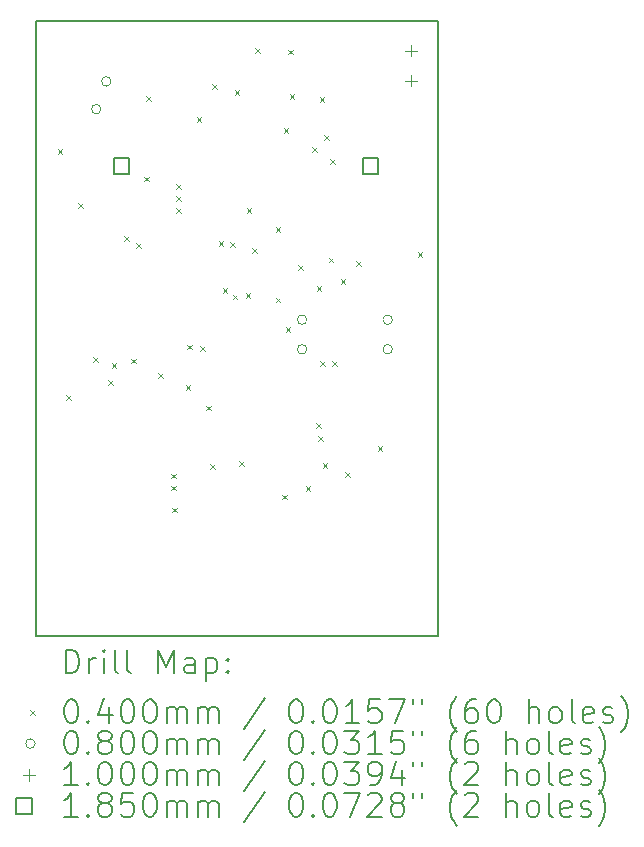
<source format=gbr>
%TF.GenerationSoftware,KiCad,Pcbnew,6.0.11-2627ca5db0~126~ubuntu22.04.1*%
%TF.CreationDate,2023-02-10T03:37:08+05:30*%
%TF.ProjectId,thermal_sampler,74686572-6d61-46c5-9f73-616d706c6572,rev?*%
%TF.SameCoordinates,Original*%
%TF.FileFunction,Drillmap*%
%TF.FilePolarity,Positive*%
%FSLAX45Y45*%
G04 Gerber Fmt 4.5, Leading zero omitted, Abs format (unit mm)*
G04 Created by KiCad (PCBNEW 6.0.11-2627ca5db0~126~ubuntu22.04.1) date 2023-02-10 03:37:08*
%MOMM*%
%LPD*%
G01*
G04 APERTURE LIST*
%ADD10C,0.200000*%
%ADD11C,0.040000*%
%ADD12C,0.080000*%
%ADD13C,0.100000*%
%ADD14C,0.185000*%
G04 APERTURE END LIST*
D10*
X13900000Y-12200000D02*
X17300000Y-12200000D01*
X17300000Y-12200000D02*
X17300000Y-17400000D01*
X17300000Y-17400000D02*
X13900000Y-17400000D01*
X13900000Y-17400000D02*
X13900000Y-12200000D01*
D11*
X14080000Y-13280000D02*
X14120000Y-13320000D01*
X14120000Y-13280000D02*
X14080000Y-13320000D01*
X14155500Y-15365500D02*
X14195500Y-15405500D01*
X14195500Y-15365500D02*
X14155500Y-15405500D01*
X14253595Y-13735500D02*
X14293595Y-13775500D01*
X14293595Y-13735500D02*
X14253595Y-13775500D01*
X14380230Y-15044770D02*
X14420230Y-15084770D01*
X14420230Y-15044770D02*
X14380230Y-15084770D01*
X14510769Y-15234231D02*
X14550769Y-15274231D01*
X14550769Y-15234231D02*
X14510769Y-15274231D01*
X14538000Y-15093000D02*
X14578000Y-15133000D01*
X14578000Y-15093000D02*
X14538000Y-15133000D01*
X14642500Y-14017500D02*
X14682500Y-14057500D01*
X14682500Y-14017500D02*
X14642500Y-14057500D01*
X14705000Y-15055000D02*
X14745000Y-15095000D01*
X14745000Y-15055000D02*
X14705000Y-15095000D01*
X14742500Y-14074950D02*
X14782500Y-14114950D01*
X14782500Y-14074950D02*
X14742500Y-14114950D01*
X14812000Y-13514000D02*
X14852000Y-13554000D01*
X14852000Y-13514000D02*
X14812000Y-13554000D01*
X14830000Y-12830000D02*
X14870000Y-12870000D01*
X14870000Y-12830000D02*
X14830000Y-12870000D01*
X14930000Y-15180000D02*
X14970000Y-15220000D01*
X14970000Y-15180000D02*
X14930000Y-15220000D01*
X15040713Y-16029240D02*
X15080713Y-16069240D01*
X15080713Y-16029240D02*
X15040713Y-16069240D01*
X15041097Y-16129190D02*
X15081097Y-16169190D01*
X15081097Y-16129190D02*
X15041097Y-16169190D01*
X15052386Y-16316573D02*
X15092386Y-16356573D01*
X15092386Y-16316573D02*
X15052386Y-16356573D01*
X15081722Y-13579333D02*
X15121722Y-13619333D01*
X15121722Y-13579333D02*
X15081722Y-13619333D01*
X15084742Y-13681278D02*
X15124742Y-13721278D01*
X15124742Y-13681278D02*
X15084742Y-13721278D01*
X15085350Y-13781226D02*
X15125350Y-13821226D01*
X15125350Y-13781226D02*
X15085350Y-13821226D01*
X15165502Y-15278502D02*
X15205502Y-15318502D01*
X15205502Y-15278502D02*
X15165502Y-15318502D01*
X15180000Y-14937021D02*
X15220000Y-14977021D01*
X15220000Y-14937021D02*
X15180000Y-14977021D01*
X15256642Y-13009967D02*
X15296642Y-13049967D01*
X15296642Y-13009967D02*
X15256642Y-13049967D01*
X15286000Y-14949000D02*
X15326000Y-14989000D01*
X15326000Y-14949000D02*
X15286000Y-14989000D01*
X15339906Y-15452906D02*
X15379906Y-15492906D01*
X15379906Y-15452906D02*
X15339906Y-15492906D01*
X15372000Y-15950000D02*
X15412000Y-15990000D01*
X15412000Y-15950000D02*
X15372000Y-15990000D01*
X15390050Y-12730871D02*
X15430050Y-12770871D01*
X15430050Y-12730871D02*
X15390050Y-12770871D01*
X15443625Y-14057784D02*
X15483625Y-14097784D01*
X15483625Y-14057784D02*
X15443625Y-14097784D01*
X15477450Y-14458000D02*
X15517450Y-14498000D01*
X15517450Y-14458000D02*
X15477450Y-14498000D01*
X15543198Y-14066458D02*
X15583198Y-14106458D01*
X15583198Y-14066458D02*
X15543198Y-14106458D01*
X15561509Y-14512075D02*
X15601509Y-14552075D01*
X15601509Y-14512075D02*
X15561509Y-14552075D01*
X15580000Y-12780000D02*
X15620000Y-12820000D01*
X15620000Y-12780000D02*
X15580000Y-12820000D01*
X15615642Y-15920362D02*
X15655642Y-15960362D01*
X15655642Y-15920362D02*
X15615642Y-15960362D01*
X15673135Y-14499812D02*
X15713135Y-14539812D01*
X15713135Y-14499812D02*
X15673135Y-14539812D01*
X15680000Y-13780000D02*
X15720000Y-13820000D01*
X15720000Y-13780000D02*
X15680000Y-13820000D01*
X15726002Y-14117998D02*
X15766002Y-14157998D01*
X15766002Y-14117998D02*
X15726002Y-14157998D01*
X15752000Y-12425050D02*
X15792000Y-12465050D01*
X15792000Y-12425050D02*
X15752000Y-12465050D01*
X15927450Y-13943000D02*
X15967450Y-13983000D01*
X15967450Y-13943000D02*
X15927450Y-13983000D01*
X15927500Y-14538800D02*
X15967500Y-14578800D01*
X15967500Y-14538800D02*
X15927500Y-14578800D01*
X15980000Y-16205000D02*
X16020000Y-16245000D01*
X16020000Y-16205000D02*
X15980000Y-16245000D01*
X15994000Y-13105000D02*
X16034000Y-13145000D01*
X16034000Y-13105000D02*
X15994000Y-13145000D01*
X16012000Y-14785000D02*
X16052000Y-14825000D01*
X16052000Y-14785000D02*
X16012000Y-14825000D01*
X16030000Y-12438000D02*
X16070000Y-12478000D01*
X16070000Y-12438000D02*
X16030000Y-12478000D01*
X16045570Y-12812255D02*
X16085570Y-12852255D01*
X16085570Y-12812255D02*
X16045570Y-12852255D01*
X16120000Y-14265000D02*
X16160000Y-14305000D01*
X16160000Y-14265000D02*
X16120000Y-14305000D01*
X16180000Y-16132550D02*
X16220000Y-16172550D01*
X16220000Y-16132550D02*
X16180000Y-16172550D01*
X16237538Y-13261462D02*
X16277538Y-13301462D01*
X16277538Y-13261462D02*
X16237538Y-13301462D01*
X16272108Y-15603267D02*
X16312108Y-15643267D01*
X16312108Y-15603267D02*
X16272108Y-15643267D01*
X16274317Y-14440682D02*
X16314317Y-14480682D01*
X16314317Y-14440682D02*
X16274317Y-14480682D01*
X16288134Y-15710108D02*
X16328134Y-15750108D01*
X16328134Y-15710108D02*
X16288134Y-15750108D01*
X16299000Y-12842450D02*
X16339000Y-12882450D01*
X16339000Y-12842450D02*
X16299000Y-12882450D01*
X16303000Y-15075000D02*
X16343000Y-15115000D01*
X16343000Y-15075000D02*
X16303000Y-15115000D01*
X16324000Y-15940000D02*
X16364000Y-15980000D01*
X16364000Y-15940000D02*
X16324000Y-15980000D01*
X16336462Y-13162538D02*
X16376462Y-13202538D01*
X16376462Y-13162538D02*
X16336462Y-13202538D01*
X16374325Y-14199295D02*
X16414325Y-14239295D01*
X16414325Y-14199295D02*
X16374325Y-14239295D01*
X16386550Y-13367000D02*
X16426550Y-13407000D01*
X16426550Y-13367000D02*
X16386550Y-13407000D01*
X16407498Y-15076502D02*
X16447498Y-15116502D01*
X16447498Y-15076502D02*
X16407498Y-15116502D01*
X16477635Y-14382365D02*
X16517635Y-14422365D01*
X16517635Y-14382365D02*
X16477635Y-14422365D01*
X16516270Y-16016270D02*
X16556270Y-16056270D01*
X16556270Y-16016270D02*
X16516270Y-16056270D01*
X16609835Y-14232209D02*
X16649835Y-14272209D01*
X16649835Y-14232209D02*
X16609835Y-14272209D01*
X16790000Y-15795000D02*
X16830000Y-15835000D01*
X16830000Y-15795000D02*
X16790000Y-15835000D01*
X17130000Y-14155000D02*
X17170000Y-14195000D01*
X17170000Y-14155000D02*
X17130000Y-14195000D01*
D12*
X14447247Y-12942462D02*
G75*
G03*
X14447247Y-12942462I-40000J0D01*
G01*
X14532752Y-12707538D02*
G75*
G03*
X14532752Y-12707538I-40000J0D01*
G01*
X16190000Y-14725000D02*
G75*
G03*
X16190000Y-14725000I-40000J0D01*
G01*
X16190000Y-14975000D02*
G75*
G03*
X16190000Y-14975000I-40000J0D01*
G01*
X16915000Y-14725000D02*
G75*
G03*
X16915000Y-14725000I-40000J0D01*
G01*
X16915000Y-14975000D02*
G75*
G03*
X16915000Y-14975000I-40000J0D01*
G01*
D13*
X17075000Y-12396000D02*
X17075000Y-12496000D01*
X17025000Y-12446000D02*
X17125000Y-12446000D01*
X17075000Y-12650000D02*
X17075000Y-12750000D01*
X17025000Y-12700000D02*
X17125000Y-12700000D01*
D14*
X14685408Y-13490408D02*
X14685408Y-13359592D01*
X14554592Y-13359592D01*
X14554592Y-13490408D01*
X14685408Y-13490408D01*
X16795408Y-13490408D02*
X16795408Y-13359592D01*
X16664592Y-13359592D01*
X16664592Y-13490408D01*
X16795408Y-13490408D01*
D10*
X14147619Y-17720476D02*
X14147619Y-17520476D01*
X14195238Y-17520476D01*
X14223809Y-17530000D01*
X14242857Y-17549048D01*
X14252381Y-17568095D01*
X14261905Y-17606190D01*
X14261905Y-17634762D01*
X14252381Y-17672857D01*
X14242857Y-17691905D01*
X14223809Y-17710952D01*
X14195238Y-17720476D01*
X14147619Y-17720476D01*
X14347619Y-17720476D02*
X14347619Y-17587143D01*
X14347619Y-17625238D02*
X14357143Y-17606190D01*
X14366667Y-17596667D01*
X14385714Y-17587143D01*
X14404762Y-17587143D01*
X14471428Y-17720476D02*
X14471428Y-17587143D01*
X14471428Y-17520476D02*
X14461905Y-17530000D01*
X14471428Y-17539524D01*
X14480952Y-17530000D01*
X14471428Y-17520476D01*
X14471428Y-17539524D01*
X14595238Y-17720476D02*
X14576190Y-17710952D01*
X14566667Y-17691905D01*
X14566667Y-17520476D01*
X14700000Y-17720476D02*
X14680952Y-17710952D01*
X14671428Y-17691905D01*
X14671428Y-17520476D01*
X14928571Y-17720476D02*
X14928571Y-17520476D01*
X14995238Y-17663333D01*
X15061905Y-17520476D01*
X15061905Y-17720476D01*
X15242857Y-17720476D02*
X15242857Y-17615714D01*
X15233333Y-17596667D01*
X15214286Y-17587143D01*
X15176190Y-17587143D01*
X15157143Y-17596667D01*
X15242857Y-17710952D02*
X15223809Y-17720476D01*
X15176190Y-17720476D01*
X15157143Y-17710952D01*
X15147619Y-17691905D01*
X15147619Y-17672857D01*
X15157143Y-17653810D01*
X15176190Y-17644286D01*
X15223809Y-17644286D01*
X15242857Y-17634762D01*
X15338095Y-17587143D02*
X15338095Y-17787143D01*
X15338095Y-17596667D02*
X15357143Y-17587143D01*
X15395238Y-17587143D01*
X15414286Y-17596667D01*
X15423809Y-17606190D01*
X15433333Y-17625238D01*
X15433333Y-17682381D01*
X15423809Y-17701429D01*
X15414286Y-17710952D01*
X15395238Y-17720476D01*
X15357143Y-17720476D01*
X15338095Y-17710952D01*
X15519048Y-17701429D02*
X15528571Y-17710952D01*
X15519048Y-17720476D01*
X15509524Y-17710952D01*
X15519048Y-17701429D01*
X15519048Y-17720476D01*
X15519048Y-17596667D02*
X15528571Y-17606190D01*
X15519048Y-17615714D01*
X15509524Y-17606190D01*
X15519048Y-17596667D01*
X15519048Y-17615714D01*
D11*
X13850000Y-18030000D02*
X13890000Y-18070000D01*
X13890000Y-18030000D02*
X13850000Y-18070000D01*
D10*
X14185714Y-17940476D02*
X14204762Y-17940476D01*
X14223809Y-17950000D01*
X14233333Y-17959524D01*
X14242857Y-17978571D01*
X14252381Y-18016667D01*
X14252381Y-18064286D01*
X14242857Y-18102381D01*
X14233333Y-18121429D01*
X14223809Y-18130952D01*
X14204762Y-18140476D01*
X14185714Y-18140476D01*
X14166667Y-18130952D01*
X14157143Y-18121429D01*
X14147619Y-18102381D01*
X14138095Y-18064286D01*
X14138095Y-18016667D01*
X14147619Y-17978571D01*
X14157143Y-17959524D01*
X14166667Y-17950000D01*
X14185714Y-17940476D01*
X14338095Y-18121429D02*
X14347619Y-18130952D01*
X14338095Y-18140476D01*
X14328571Y-18130952D01*
X14338095Y-18121429D01*
X14338095Y-18140476D01*
X14519048Y-18007143D02*
X14519048Y-18140476D01*
X14471428Y-17930952D02*
X14423809Y-18073810D01*
X14547619Y-18073810D01*
X14661905Y-17940476D02*
X14680952Y-17940476D01*
X14700000Y-17950000D01*
X14709524Y-17959524D01*
X14719048Y-17978571D01*
X14728571Y-18016667D01*
X14728571Y-18064286D01*
X14719048Y-18102381D01*
X14709524Y-18121429D01*
X14700000Y-18130952D01*
X14680952Y-18140476D01*
X14661905Y-18140476D01*
X14642857Y-18130952D01*
X14633333Y-18121429D01*
X14623809Y-18102381D01*
X14614286Y-18064286D01*
X14614286Y-18016667D01*
X14623809Y-17978571D01*
X14633333Y-17959524D01*
X14642857Y-17950000D01*
X14661905Y-17940476D01*
X14852381Y-17940476D02*
X14871428Y-17940476D01*
X14890476Y-17950000D01*
X14900000Y-17959524D01*
X14909524Y-17978571D01*
X14919048Y-18016667D01*
X14919048Y-18064286D01*
X14909524Y-18102381D01*
X14900000Y-18121429D01*
X14890476Y-18130952D01*
X14871428Y-18140476D01*
X14852381Y-18140476D01*
X14833333Y-18130952D01*
X14823809Y-18121429D01*
X14814286Y-18102381D01*
X14804762Y-18064286D01*
X14804762Y-18016667D01*
X14814286Y-17978571D01*
X14823809Y-17959524D01*
X14833333Y-17950000D01*
X14852381Y-17940476D01*
X15004762Y-18140476D02*
X15004762Y-18007143D01*
X15004762Y-18026190D02*
X15014286Y-18016667D01*
X15033333Y-18007143D01*
X15061905Y-18007143D01*
X15080952Y-18016667D01*
X15090476Y-18035714D01*
X15090476Y-18140476D01*
X15090476Y-18035714D02*
X15100000Y-18016667D01*
X15119048Y-18007143D01*
X15147619Y-18007143D01*
X15166667Y-18016667D01*
X15176190Y-18035714D01*
X15176190Y-18140476D01*
X15271428Y-18140476D02*
X15271428Y-18007143D01*
X15271428Y-18026190D02*
X15280952Y-18016667D01*
X15300000Y-18007143D01*
X15328571Y-18007143D01*
X15347619Y-18016667D01*
X15357143Y-18035714D01*
X15357143Y-18140476D01*
X15357143Y-18035714D02*
X15366667Y-18016667D01*
X15385714Y-18007143D01*
X15414286Y-18007143D01*
X15433333Y-18016667D01*
X15442857Y-18035714D01*
X15442857Y-18140476D01*
X15833333Y-17930952D02*
X15661905Y-18188095D01*
X16090476Y-17940476D02*
X16109524Y-17940476D01*
X16128571Y-17950000D01*
X16138095Y-17959524D01*
X16147619Y-17978571D01*
X16157143Y-18016667D01*
X16157143Y-18064286D01*
X16147619Y-18102381D01*
X16138095Y-18121429D01*
X16128571Y-18130952D01*
X16109524Y-18140476D01*
X16090476Y-18140476D01*
X16071428Y-18130952D01*
X16061905Y-18121429D01*
X16052381Y-18102381D01*
X16042857Y-18064286D01*
X16042857Y-18016667D01*
X16052381Y-17978571D01*
X16061905Y-17959524D01*
X16071428Y-17950000D01*
X16090476Y-17940476D01*
X16242857Y-18121429D02*
X16252381Y-18130952D01*
X16242857Y-18140476D01*
X16233333Y-18130952D01*
X16242857Y-18121429D01*
X16242857Y-18140476D01*
X16376190Y-17940476D02*
X16395238Y-17940476D01*
X16414286Y-17950000D01*
X16423809Y-17959524D01*
X16433333Y-17978571D01*
X16442857Y-18016667D01*
X16442857Y-18064286D01*
X16433333Y-18102381D01*
X16423809Y-18121429D01*
X16414286Y-18130952D01*
X16395238Y-18140476D01*
X16376190Y-18140476D01*
X16357143Y-18130952D01*
X16347619Y-18121429D01*
X16338095Y-18102381D01*
X16328571Y-18064286D01*
X16328571Y-18016667D01*
X16338095Y-17978571D01*
X16347619Y-17959524D01*
X16357143Y-17950000D01*
X16376190Y-17940476D01*
X16633333Y-18140476D02*
X16519048Y-18140476D01*
X16576190Y-18140476D02*
X16576190Y-17940476D01*
X16557143Y-17969048D01*
X16538095Y-17988095D01*
X16519048Y-17997619D01*
X16814286Y-17940476D02*
X16719048Y-17940476D01*
X16709524Y-18035714D01*
X16719048Y-18026190D01*
X16738095Y-18016667D01*
X16785714Y-18016667D01*
X16804762Y-18026190D01*
X16814286Y-18035714D01*
X16823810Y-18054762D01*
X16823810Y-18102381D01*
X16814286Y-18121429D01*
X16804762Y-18130952D01*
X16785714Y-18140476D01*
X16738095Y-18140476D01*
X16719048Y-18130952D01*
X16709524Y-18121429D01*
X16890476Y-17940476D02*
X17023810Y-17940476D01*
X16938095Y-18140476D01*
X17090476Y-17940476D02*
X17090476Y-17978571D01*
X17166667Y-17940476D02*
X17166667Y-17978571D01*
X17461905Y-18216667D02*
X17452381Y-18207143D01*
X17433333Y-18178571D01*
X17423810Y-18159524D01*
X17414286Y-18130952D01*
X17404762Y-18083333D01*
X17404762Y-18045238D01*
X17414286Y-17997619D01*
X17423810Y-17969048D01*
X17433333Y-17950000D01*
X17452381Y-17921429D01*
X17461905Y-17911905D01*
X17623810Y-17940476D02*
X17585714Y-17940476D01*
X17566667Y-17950000D01*
X17557143Y-17959524D01*
X17538095Y-17988095D01*
X17528571Y-18026190D01*
X17528571Y-18102381D01*
X17538095Y-18121429D01*
X17547619Y-18130952D01*
X17566667Y-18140476D01*
X17604762Y-18140476D01*
X17623810Y-18130952D01*
X17633333Y-18121429D01*
X17642857Y-18102381D01*
X17642857Y-18054762D01*
X17633333Y-18035714D01*
X17623810Y-18026190D01*
X17604762Y-18016667D01*
X17566667Y-18016667D01*
X17547619Y-18026190D01*
X17538095Y-18035714D01*
X17528571Y-18054762D01*
X17766667Y-17940476D02*
X17785714Y-17940476D01*
X17804762Y-17950000D01*
X17814286Y-17959524D01*
X17823810Y-17978571D01*
X17833333Y-18016667D01*
X17833333Y-18064286D01*
X17823810Y-18102381D01*
X17814286Y-18121429D01*
X17804762Y-18130952D01*
X17785714Y-18140476D01*
X17766667Y-18140476D01*
X17747619Y-18130952D01*
X17738095Y-18121429D01*
X17728571Y-18102381D01*
X17719048Y-18064286D01*
X17719048Y-18016667D01*
X17728571Y-17978571D01*
X17738095Y-17959524D01*
X17747619Y-17950000D01*
X17766667Y-17940476D01*
X18071429Y-18140476D02*
X18071429Y-17940476D01*
X18157143Y-18140476D02*
X18157143Y-18035714D01*
X18147619Y-18016667D01*
X18128571Y-18007143D01*
X18100000Y-18007143D01*
X18080952Y-18016667D01*
X18071429Y-18026190D01*
X18280952Y-18140476D02*
X18261905Y-18130952D01*
X18252381Y-18121429D01*
X18242857Y-18102381D01*
X18242857Y-18045238D01*
X18252381Y-18026190D01*
X18261905Y-18016667D01*
X18280952Y-18007143D01*
X18309524Y-18007143D01*
X18328571Y-18016667D01*
X18338095Y-18026190D01*
X18347619Y-18045238D01*
X18347619Y-18102381D01*
X18338095Y-18121429D01*
X18328571Y-18130952D01*
X18309524Y-18140476D01*
X18280952Y-18140476D01*
X18461905Y-18140476D02*
X18442857Y-18130952D01*
X18433333Y-18111905D01*
X18433333Y-17940476D01*
X18614286Y-18130952D02*
X18595238Y-18140476D01*
X18557143Y-18140476D01*
X18538095Y-18130952D01*
X18528571Y-18111905D01*
X18528571Y-18035714D01*
X18538095Y-18016667D01*
X18557143Y-18007143D01*
X18595238Y-18007143D01*
X18614286Y-18016667D01*
X18623810Y-18035714D01*
X18623810Y-18054762D01*
X18528571Y-18073810D01*
X18700000Y-18130952D02*
X18719048Y-18140476D01*
X18757143Y-18140476D01*
X18776190Y-18130952D01*
X18785714Y-18111905D01*
X18785714Y-18102381D01*
X18776190Y-18083333D01*
X18757143Y-18073810D01*
X18728571Y-18073810D01*
X18709524Y-18064286D01*
X18700000Y-18045238D01*
X18700000Y-18035714D01*
X18709524Y-18016667D01*
X18728571Y-18007143D01*
X18757143Y-18007143D01*
X18776190Y-18016667D01*
X18852381Y-18216667D02*
X18861905Y-18207143D01*
X18880952Y-18178571D01*
X18890476Y-18159524D01*
X18900000Y-18130952D01*
X18909524Y-18083333D01*
X18909524Y-18045238D01*
X18900000Y-17997619D01*
X18890476Y-17969048D01*
X18880952Y-17950000D01*
X18861905Y-17921429D01*
X18852381Y-17911905D01*
D12*
X13890000Y-18314000D02*
G75*
G03*
X13890000Y-18314000I-40000J0D01*
G01*
D10*
X14185714Y-18204476D02*
X14204762Y-18204476D01*
X14223809Y-18214000D01*
X14233333Y-18223524D01*
X14242857Y-18242571D01*
X14252381Y-18280667D01*
X14252381Y-18328286D01*
X14242857Y-18366381D01*
X14233333Y-18385429D01*
X14223809Y-18394952D01*
X14204762Y-18404476D01*
X14185714Y-18404476D01*
X14166667Y-18394952D01*
X14157143Y-18385429D01*
X14147619Y-18366381D01*
X14138095Y-18328286D01*
X14138095Y-18280667D01*
X14147619Y-18242571D01*
X14157143Y-18223524D01*
X14166667Y-18214000D01*
X14185714Y-18204476D01*
X14338095Y-18385429D02*
X14347619Y-18394952D01*
X14338095Y-18404476D01*
X14328571Y-18394952D01*
X14338095Y-18385429D01*
X14338095Y-18404476D01*
X14461905Y-18290190D02*
X14442857Y-18280667D01*
X14433333Y-18271143D01*
X14423809Y-18252095D01*
X14423809Y-18242571D01*
X14433333Y-18223524D01*
X14442857Y-18214000D01*
X14461905Y-18204476D01*
X14500000Y-18204476D01*
X14519048Y-18214000D01*
X14528571Y-18223524D01*
X14538095Y-18242571D01*
X14538095Y-18252095D01*
X14528571Y-18271143D01*
X14519048Y-18280667D01*
X14500000Y-18290190D01*
X14461905Y-18290190D01*
X14442857Y-18299714D01*
X14433333Y-18309238D01*
X14423809Y-18328286D01*
X14423809Y-18366381D01*
X14433333Y-18385429D01*
X14442857Y-18394952D01*
X14461905Y-18404476D01*
X14500000Y-18404476D01*
X14519048Y-18394952D01*
X14528571Y-18385429D01*
X14538095Y-18366381D01*
X14538095Y-18328286D01*
X14528571Y-18309238D01*
X14519048Y-18299714D01*
X14500000Y-18290190D01*
X14661905Y-18204476D02*
X14680952Y-18204476D01*
X14700000Y-18214000D01*
X14709524Y-18223524D01*
X14719048Y-18242571D01*
X14728571Y-18280667D01*
X14728571Y-18328286D01*
X14719048Y-18366381D01*
X14709524Y-18385429D01*
X14700000Y-18394952D01*
X14680952Y-18404476D01*
X14661905Y-18404476D01*
X14642857Y-18394952D01*
X14633333Y-18385429D01*
X14623809Y-18366381D01*
X14614286Y-18328286D01*
X14614286Y-18280667D01*
X14623809Y-18242571D01*
X14633333Y-18223524D01*
X14642857Y-18214000D01*
X14661905Y-18204476D01*
X14852381Y-18204476D02*
X14871428Y-18204476D01*
X14890476Y-18214000D01*
X14900000Y-18223524D01*
X14909524Y-18242571D01*
X14919048Y-18280667D01*
X14919048Y-18328286D01*
X14909524Y-18366381D01*
X14900000Y-18385429D01*
X14890476Y-18394952D01*
X14871428Y-18404476D01*
X14852381Y-18404476D01*
X14833333Y-18394952D01*
X14823809Y-18385429D01*
X14814286Y-18366381D01*
X14804762Y-18328286D01*
X14804762Y-18280667D01*
X14814286Y-18242571D01*
X14823809Y-18223524D01*
X14833333Y-18214000D01*
X14852381Y-18204476D01*
X15004762Y-18404476D02*
X15004762Y-18271143D01*
X15004762Y-18290190D02*
X15014286Y-18280667D01*
X15033333Y-18271143D01*
X15061905Y-18271143D01*
X15080952Y-18280667D01*
X15090476Y-18299714D01*
X15090476Y-18404476D01*
X15090476Y-18299714D02*
X15100000Y-18280667D01*
X15119048Y-18271143D01*
X15147619Y-18271143D01*
X15166667Y-18280667D01*
X15176190Y-18299714D01*
X15176190Y-18404476D01*
X15271428Y-18404476D02*
X15271428Y-18271143D01*
X15271428Y-18290190D02*
X15280952Y-18280667D01*
X15300000Y-18271143D01*
X15328571Y-18271143D01*
X15347619Y-18280667D01*
X15357143Y-18299714D01*
X15357143Y-18404476D01*
X15357143Y-18299714D02*
X15366667Y-18280667D01*
X15385714Y-18271143D01*
X15414286Y-18271143D01*
X15433333Y-18280667D01*
X15442857Y-18299714D01*
X15442857Y-18404476D01*
X15833333Y-18194952D02*
X15661905Y-18452095D01*
X16090476Y-18204476D02*
X16109524Y-18204476D01*
X16128571Y-18214000D01*
X16138095Y-18223524D01*
X16147619Y-18242571D01*
X16157143Y-18280667D01*
X16157143Y-18328286D01*
X16147619Y-18366381D01*
X16138095Y-18385429D01*
X16128571Y-18394952D01*
X16109524Y-18404476D01*
X16090476Y-18404476D01*
X16071428Y-18394952D01*
X16061905Y-18385429D01*
X16052381Y-18366381D01*
X16042857Y-18328286D01*
X16042857Y-18280667D01*
X16052381Y-18242571D01*
X16061905Y-18223524D01*
X16071428Y-18214000D01*
X16090476Y-18204476D01*
X16242857Y-18385429D02*
X16252381Y-18394952D01*
X16242857Y-18404476D01*
X16233333Y-18394952D01*
X16242857Y-18385429D01*
X16242857Y-18404476D01*
X16376190Y-18204476D02*
X16395238Y-18204476D01*
X16414286Y-18214000D01*
X16423809Y-18223524D01*
X16433333Y-18242571D01*
X16442857Y-18280667D01*
X16442857Y-18328286D01*
X16433333Y-18366381D01*
X16423809Y-18385429D01*
X16414286Y-18394952D01*
X16395238Y-18404476D01*
X16376190Y-18404476D01*
X16357143Y-18394952D01*
X16347619Y-18385429D01*
X16338095Y-18366381D01*
X16328571Y-18328286D01*
X16328571Y-18280667D01*
X16338095Y-18242571D01*
X16347619Y-18223524D01*
X16357143Y-18214000D01*
X16376190Y-18204476D01*
X16509524Y-18204476D02*
X16633333Y-18204476D01*
X16566667Y-18280667D01*
X16595238Y-18280667D01*
X16614286Y-18290190D01*
X16623809Y-18299714D01*
X16633333Y-18318762D01*
X16633333Y-18366381D01*
X16623809Y-18385429D01*
X16614286Y-18394952D01*
X16595238Y-18404476D01*
X16538095Y-18404476D01*
X16519048Y-18394952D01*
X16509524Y-18385429D01*
X16823810Y-18404476D02*
X16709524Y-18404476D01*
X16766667Y-18404476D02*
X16766667Y-18204476D01*
X16747619Y-18233048D01*
X16728571Y-18252095D01*
X16709524Y-18261619D01*
X17004762Y-18204476D02*
X16909524Y-18204476D01*
X16900000Y-18299714D01*
X16909524Y-18290190D01*
X16928571Y-18280667D01*
X16976190Y-18280667D01*
X16995238Y-18290190D01*
X17004762Y-18299714D01*
X17014286Y-18318762D01*
X17014286Y-18366381D01*
X17004762Y-18385429D01*
X16995238Y-18394952D01*
X16976190Y-18404476D01*
X16928571Y-18404476D01*
X16909524Y-18394952D01*
X16900000Y-18385429D01*
X17090476Y-18204476D02*
X17090476Y-18242571D01*
X17166667Y-18204476D02*
X17166667Y-18242571D01*
X17461905Y-18480667D02*
X17452381Y-18471143D01*
X17433333Y-18442571D01*
X17423810Y-18423524D01*
X17414286Y-18394952D01*
X17404762Y-18347333D01*
X17404762Y-18309238D01*
X17414286Y-18261619D01*
X17423810Y-18233048D01*
X17433333Y-18214000D01*
X17452381Y-18185429D01*
X17461905Y-18175905D01*
X17623810Y-18204476D02*
X17585714Y-18204476D01*
X17566667Y-18214000D01*
X17557143Y-18223524D01*
X17538095Y-18252095D01*
X17528571Y-18290190D01*
X17528571Y-18366381D01*
X17538095Y-18385429D01*
X17547619Y-18394952D01*
X17566667Y-18404476D01*
X17604762Y-18404476D01*
X17623810Y-18394952D01*
X17633333Y-18385429D01*
X17642857Y-18366381D01*
X17642857Y-18318762D01*
X17633333Y-18299714D01*
X17623810Y-18290190D01*
X17604762Y-18280667D01*
X17566667Y-18280667D01*
X17547619Y-18290190D01*
X17538095Y-18299714D01*
X17528571Y-18318762D01*
X17880952Y-18404476D02*
X17880952Y-18204476D01*
X17966667Y-18404476D02*
X17966667Y-18299714D01*
X17957143Y-18280667D01*
X17938095Y-18271143D01*
X17909524Y-18271143D01*
X17890476Y-18280667D01*
X17880952Y-18290190D01*
X18090476Y-18404476D02*
X18071429Y-18394952D01*
X18061905Y-18385429D01*
X18052381Y-18366381D01*
X18052381Y-18309238D01*
X18061905Y-18290190D01*
X18071429Y-18280667D01*
X18090476Y-18271143D01*
X18119048Y-18271143D01*
X18138095Y-18280667D01*
X18147619Y-18290190D01*
X18157143Y-18309238D01*
X18157143Y-18366381D01*
X18147619Y-18385429D01*
X18138095Y-18394952D01*
X18119048Y-18404476D01*
X18090476Y-18404476D01*
X18271429Y-18404476D02*
X18252381Y-18394952D01*
X18242857Y-18375905D01*
X18242857Y-18204476D01*
X18423810Y-18394952D02*
X18404762Y-18404476D01*
X18366667Y-18404476D01*
X18347619Y-18394952D01*
X18338095Y-18375905D01*
X18338095Y-18299714D01*
X18347619Y-18280667D01*
X18366667Y-18271143D01*
X18404762Y-18271143D01*
X18423810Y-18280667D01*
X18433333Y-18299714D01*
X18433333Y-18318762D01*
X18338095Y-18337810D01*
X18509524Y-18394952D02*
X18528571Y-18404476D01*
X18566667Y-18404476D01*
X18585714Y-18394952D01*
X18595238Y-18375905D01*
X18595238Y-18366381D01*
X18585714Y-18347333D01*
X18566667Y-18337810D01*
X18538095Y-18337810D01*
X18519048Y-18328286D01*
X18509524Y-18309238D01*
X18509524Y-18299714D01*
X18519048Y-18280667D01*
X18538095Y-18271143D01*
X18566667Y-18271143D01*
X18585714Y-18280667D01*
X18661905Y-18480667D02*
X18671429Y-18471143D01*
X18690476Y-18442571D01*
X18700000Y-18423524D01*
X18709524Y-18394952D01*
X18719048Y-18347333D01*
X18719048Y-18309238D01*
X18709524Y-18261619D01*
X18700000Y-18233048D01*
X18690476Y-18214000D01*
X18671429Y-18185429D01*
X18661905Y-18175905D01*
D13*
X13840000Y-18528000D02*
X13840000Y-18628000D01*
X13790000Y-18578000D02*
X13890000Y-18578000D01*
D10*
X14252381Y-18668476D02*
X14138095Y-18668476D01*
X14195238Y-18668476D02*
X14195238Y-18468476D01*
X14176190Y-18497048D01*
X14157143Y-18516095D01*
X14138095Y-18525619D01*
X14338095Y-18649429D02*
X14347619Y-18658952D01*
X14338095Y-18668476D01*
X14328571Y-18658952D01*
X14338095Y-18649429D01*
X14338095Y-18668476D01*
X14471428Y-18468476D02*
X14490476Y-18468476D01*
X14509524Y-18478000D01*
X14519048Y-18487524D01*
X14528571Y-18506571D01*
X14538095Y-18544667D01*
X14538095Y-18592286D01*
X14528571Y-18630381D01*
X14519048Y-18649429D01*
X14509524Y-18658952D01*
X14490476Y-18668476D01*
X14471428Y-18668476D01*
X14452381Y-18658952D01*
X14442857Y-18649429D01*
X14433333Y-18630381D01*
X14423809Y-18592286D01*
X14423809Y-18544667D01*
X14433333Y-18506571D01*
X14442857Y-18487524D01*
X14452381Y-18478000D01*
X14471428Y-18468476D01*
X14661905Y-18468476D02*
X14680952Y-18468476D01*
X14700000Y-18478000D01*
X14709524Y-18487524D01*
X14719048Y-18506571D01*
X14728571Y-18544667D01*
X14728571Y-18592286D01*
X14719048Y-18630381D01*
X14709524Y-18649429D01*
X14700000Y-18658952D01*
X14680952Y-18668476D01*
X14661905Y-18668476D01*
X14642857Y-18658952D01*
X14633333Y-18649429D01*
X14623809Y-18630381D01*
X14614286Y-18592286D01*
X14614286Y-18544667D01*
X14623809Y-18506571D01*
X14633333Y-18487524D01*
X14642857Y-18478000D01*
X14661905Y-18468476D01*
X14852381Y-18468476D02*
X14871428Y-18468476D01*
X14890476Y-18478000D01*
X14900000Y-18487524D01*
X14909524Y-18506571D01*
X14919048Y-18544667D01*
X14919048Y-18592286D01*
X14909524Y-18630381D01*
X14900000Y-18649429D01*
X14890476Y-18658952D01*
X14871428Y-18668476D01*
X14852381Y-18668476D01*
X14833333Y-18658952D01*
X14823809Y-18649429D01*
X14814286Y-18630381D01*
X14804762Y-18592286D01*
X14804762Y-18544667D01*
X14814286Y-18506571D01*
X14823809Y-18487524D01*
X14833333Y-18478000D01*
X14852381Y-18468476D01*
X15004762Y-18668476D02*
X15004762Y-18535143D01*
X15004762Y-18554190D02*
X15014286Y-18544667D01*
X15033333Y-18535143D01*
X15061905Y-18535143D01*
X15080952Y-18544667D01*
X15090476Y-18563714D01*
X15090476Y-18668476D01*
X15090476Y-18563714D02*
X15100000Y-18544667D01*
X15119048Y-18535143D01*
X15147619Y-18535143D01*
X15166667Y-18544667D01*
X15176190Y-18563714D01*
X15176190Y-18668476D01*
X15271428Y-18668476D02*
X15271428Y-18535143D01*
X15271428Y-18554190D02*
X15280952Y-18544667D01*
X15300000Y-18535143D01*
X15328571Y-18535143D01*
X15347619Y-18544667D01*
X15357143Y-18563714D01*
X15357143Y-18668476D01*
X15357143Y-18563714D02*
X15366667Y-18544667D01*
X15385714Y-18535143D01*
X15414286Y-18535143D01*
X15433333Y-18544667D01*
X15442857Y-18563714D01*
X15442857Y-18668476D01*
X15833333Y-18458952D02*
X15661905Y-18716095D01*
X16090476Y-18468476D02*
X16109524Y-18468476D01*
X16128571Y-18478000D01*
X16138095Y-18487524D01*
X16147619Y-18506571D01*
X16157143Y-18544667D01*
X16157143Y-18592286D01*
X16147619Y-18630381D01*
X16138095Y-18649429D01*
X16128571Y-18658952D01*
X16109524Y-18668476D01*
X16090476Y-18668476D01*
X16071428Y-18658952D01*
X16061905Y-18649429D01*
X16052381Y-18630381D01*
X16042857Y-18592286D01*
X16042857Y-18544667D01*
X16052381Y-18506571D01*
X16061905Y-18487524D01*
X16071428Y-18478000D01*
X16090476Y-18468476D01*
X16242857Y-18649429D02*
X16252381Y-18658952D01*
X16242857Y-18668476D01*
X16233333Y-18658952D01*
X16242857Y-18649429D01*
X16242857Y-18668476D01*
X16376190Y-18468476D02*
X16395238Y-18468476D01*
X16414286Y-18478000D01*
X16423809Y-18487524D01*
X16433333Y-18506571D01*
X16442857Y-18544667D01*
X16442857Y-18592286D01*
X16433333Y-18630381D01*
X16423809Y-18649429D01*
X16414286Y-18658952D01*
X16395238Y-18668476D01*
X16376190Y-18668476D01*
X16357143Y-18658952D01*
X16347619Y-18649429D01*
X16338095Y-18630381D01*
X16328571Y-18592286D01*
X16328571Y-18544667D01*
X16338095Y-18506571D01*
X16347619Y-18487524D01*
X16357143Y-18478000D01*
X16376190Y-18468476D01*
X16509524Y-18468476D02*
X16633333Y-18468476D01*
X16566667Y-18544667D01*
X16595238Y-18544667D01*
X16614286Y-18554190D01*
X16623809Y-18563714D01*
X16633333Y-18582762D01*
X16633333Y-18630381D01*
X16623809Y-18649429D01*
X16614286Y-18658952D01*
X16595238Y-18668476D01*
X16538095Y-18668476D01*
X16519048Y-18658952D01*
X16509524Y-18649429D01*
X16728571Y-18668476D02*
X16766667Y-18668476D01*
X16785714Y-18658952D01*
X16795238Y-18649429D01*
X16814286Y-18620857D01*
X16823810Y-18582762D01*
X16823810Y-18506571D01*
X16814286Y-18487524D01*
X16804762Y-18478000D01*
X16785714Y-18468476D01*
X16747619Y-18468476D01*
X16728571Y-18478000D01*
X16719048Y-18487524D01*
X16709524Y-18506571D01*
X16709524Y-18554190D01*
X16719048Y-18573238D01*
X16728571Y-18582762D01*
X16747619Y-18592286D01*
X16785714Y-18592286D01*
X16804762Y-18582762D01*
X16814286Y-18573238D01*
X16823810Y-18554190D01*
X16995238Y-18535143D02*
X16995238Y-18668476D01*
X16947619Y-18458952D02*
X16900000Y-18601810D01*
X17023810Y-18601810D01*
X17090476Y-18468476D02*
X17090476Y-18506571D01*
X17166667Y-18468476D02*
X17166667Y-18506571D01*
X17461905Y-18744667D02*
X17452381Y-18735143D01*
X17433333Y-18706571D01*
X17423810Y-18687524D01*
X17414286Y-18658952D01*
X17404762Y-18611333D01*
X17404762Y-18573238D01*
X17414286Y-18525619D01*
X17423810Y-18497048D01*
X17433333Y-18478000D01*
X17452381Y-18449429D01*
X17461905Y-18439905D01*
X17528571Y-18487524D02*
X17538095Y-18478000D01*
X17557143Y-18468476D01*
X17604762Y-18468476D01*
X17623810Y-18478000D01*
X17633333Y-18487524D01*
X17642857Y-18506571D01*
X17642857Y-18525619D01*
X17633333Y-18554190D01*
X17519048Y-18668476D01*
X17642857Y-18668476D01*
X17880952Y-18668476D02*
X17880952Y-18468476D01*
X17966667Y-18668476D02*
X17966667Y-18563714D01*
X17957143Y-18544667D01*
X17938095Y-18535143D01*
X17909524Y-18535143D01*
X17890476Y-18544667D01*
X17880952Y-18554190D01*
X18090476Y-18668476D02*
X18071429Y-18658952D01*
X18061905Y-18649429D01*
X18052381Y-18630381D01*
X18052381Y-18573238D01*
X18061905Y-18554190D01*
X18071429Y-18544667D01*
X18090476Y-18535143D01*
X18119048Y-18535143D01*
X18138095Y-18544667D01*
X18147619Y-18554190D01*
X18157143Y-18573238D01*
X18157143Y-18630381D01*
X18147619Y-18649429D01*
X18138095Y-18658952D01*
X18119048Y-18668476D01*
X18090476Y-18668476D01*
X18271429Y-18668476D02*
X18252381Y-18658952D01*
X18242857Y-18639905D01*
X18242857Y-18468476D01*
X18423810Y-18658952D02*
X18404762Y-18668476D01*
X18366667Y-18668476D01*
X18347619Y-18658952D01*
X18338095Y-18639905D01*
X18338095Y-18563714D01*
X18347619Y-18544667D01*
X18366667Y-18535143D01*
X18404762Y-18535143D01*
X18423810Y-18544667D01*
X18433333Y-18563714D01*
X18433333Y-18582762D01*
X18338095Y-18601810D01*
X18509524Y-18658952D02*
X18528571Y-18668476D01*
X18566667Y-18668476D01*
X18585714Y-18658952D01*
X18595238Y-18639905D01*
X18595238Y-18630381D01*
X18585714Y-18611333D01*
X18566667Y-18601810D01*
X18538095Y-18601810D01*
X18519048Y-18592286D01*
X18509524Y-18573238D01*
X18509524Y-18563714D01*
X18519048Y-18544667D01*
X18538095Y-18535143D01*
X18566667Y-18535143D01*
X18585714Y-18544667D01*
X18661905Y-18744667D02*
X18671429Y-18735143D01*
X18690476Y-18706571D01*
X18700000Y-18687524D01*
X18709524Y-18658952D01*
X18719048Y-18611333D01*
X18719048Y-18573238D01*
X18709524Y-18525619D01*
X18700000Y-18497048D01*
X18690476Y-18478000D01*
X18671429Y-18449429D01*
X18661905Y-18439905D01*
D14*
X13862908Y-18907408D02*
X13862908Y-18776592D01*
X13732092Y-18776592D01*
X13732092Y-18907408D01*
X13862908Y-18907408D01*
D10*
X14252381Y-18932476D02*
X14138095Y-18932476D01*
X14195238Y-18932476D02*
X14195238Y-18732476D01*
X14176190Y-18761048D01*
X14157143Y-18780095D01*
X14138095Y-18789619D01*
X14338095Y-18913429D02*
X14347619Y-18922952D01*
X14338095Y-18932476D01*
X14328571Y-18922952D01*
X14338095Y-18913429D01*
X14338095Y-18932476D01*
X14461905Y-18818190D02*
X14442857Y-18808667D01*
X14433333Y-18799143D01*
X14423809Y-18780095D01*
X14423809Y-18770571D01*
X14433333Y-18751524D01*
X14442857Y-18742000D01*
X14461905Y-18732476D01*
X14500000Y-18732476D01*
X14519048Y-18742000D01*
X14528571Y-18751524D01*
X14538095Y-18770571D01*
X14538095Y-18780095D01*
X14528571Y-18799143D01*
X14519048Y-18808667D01*
X14500000Y-18818190D01*
X14461905Y-18818190D01*
X14442857Y-18827714D01*
X14433333Y-18837238D01*
X14423809Y-18856286D01*
X14423809Y-18894381D01*
X14433333Y-18913429D01*
X14442857Y-18922952D01*
X14461905Y-18932476D01*
X14500000Y-18932476D01*
X14519048Y-18922952D01*
X14528571Y-18913429D01*
X14538095Y-18894381D01*
X14538095Y-18856286D01*
X14528571Y-18837238D01*
X14519048Y-18827714D01*
X14500000Y-18818190D01*
X14719048Y-18732476D02*
X14623809Y-18732476D01*
X14614286Y-18827714D01*
X14623809Y-18818190D01*
X14642857Y-18808667D01*
X14690476Y-18808667D01*
X14709524Y-18818190D01*
X14719048Y-18827714D01*
X14728571Y-18846762D01*
X14728571Y-18894381D01*
X14719048Y-18913429D01*
X14709524Y-18922952D01*
X14690476Y-18932476D01*
X14642857Y-18932476D01*
X14623809Y-18922952D01*
X14614286Y-18913429D01*
X14852381Y-18732476D02*
X14871428Y-18732476D01*
X14890476Y-18742000D01*
X14900000Y-18751524D01*
X14909524Y-18770571D01*
X14919048Y-18808667D01*
X14919048Y-18856286D01*
X14909524Y-18894381D01*
X14900000Y-18913429D01*
X14890476Y-18922952D01*
X14871428Y-18932476D01*
X14852381Y-18932476D01*
X14833333Y-18922952D01*
X14823809Y-18913429D01*
X14814286Y-18894381D01*
X14804762Y-18856286D01*
X14804762Y-18808667D01*
X14814286Y-18770571D01*
X14823809Y-18751524D01*
X14833333Y-18742000D01*
X14852381Y-18732476D01*
X15004762Y-18932476D02*
X15004762Y-18799143D01*
X15004762Y-18818190D02*
X15014286Y-18808667D01*
X15033333Y-18799143D01*
X15061905Y-18799143D01*
X15080952Y-18808667D01*
X15090476Y-18827714D01*
X15090476Y-18932476D01*
X15090476Y-18827714D02*
X15100000Y-18808667D01*
X15119048Y-18799143D01*
X15147619Y-18799143D01*
X15166667Y-18808667D01*
X15176190Y-18827714D01*
X15176190Y-18932476D01*
X15271428Y-18932476D02*
X15271428Y-18799143D01*
X15271428Y-18818190D02*
X15280952Y-18808667D01*
X15300000Y-18799143D01*
X15328571Y-18799143D01*
X15347619Y-18808667D01*
X15357143Y-18827714D01*
X15357143Y-18932476D01*
X15357143Y-18827714D02*
X15366667Y-18808667D01*
X15385714Y-18799143D01*
X15414286Y-18799143D01*
X15433333Y-18808667D01*
X15442857Y-18827714D01*
X15442857Y-18932476D01*
X15833333Y-18722952D02*
X15661905Y-18980095D01*
X16090476Y-18732476D02*
X16109524Y-18732476D01*
X16128571Y-18742000D01*
X16138095Y-18751524D01*
X16147619Y-18770571D01*
X16157143Y-18808667D01*
X16157143Y-18856286D01*
X16147619Y-18894381D01*
X16138095Y-18913429D01*
X16128571Y-18922952D01*
X16109524Y-18932476D01*
X16090476Y-18932476D01*
X16071428Y-18922952D01*
X16061905Y-18913429D01*
X16052381Y-18894381D01*
X16042857Y-18856286D01*
X16042857Y-18808667D01*
X16052381Y-18770571D01*
X16061905Y-18751524D01*
X16071428Y-18742000D01*
X16090476Y-18732476D01*
X16242857Y-18913429D02*
X16252381Y-18922952D01*
X16242857Y-18932476D01*
X16233333Y-18922952D01*
X16242857Y-18913429D01*
X16242857Y-18932476D01*
X16376190Y-18732476D02*
X16395238Y-18732476D01*
X16414286Y-18742000D01*
X16423809Y-18751524D01*
X16433333Y-18770571D01*
X16442857Y-18808667D01*
X16442857Y-18856286D01*
X16433333Y-18894381D01*
X16423809Y-18913429D01*
X16414286Y-18922952D01*
X16395238Y-18932476D01*
X16376190Y-18932476D01*
X16357143Y-18922952D01*
X16347619Y-18913429D01*
X16338095Y-18894381D01*
X16328571Y-18856286D01*
X16328571Y-18808667D01*
X16338095Y-18770571D01*
X16347619Y-18751524D01*
X16357143Y-18742000D01*
X16376190Y-18732476D01*
X16509524Y-18732476D02*
X16642857Y-18732476D01*
X16557143Y-18932476D01*
X16709524Y-18751524D02*
X16719048Y-18742000D01*
X16738095Y-18732476D01*
X16785714Y-18732476D01*
X16804762Y-18742000D01*
X16814286Y-18751524D01*
X16823810Y-18770571D01*
X16823810Y-18789619D01*
X16814286Y-18818190D01*
X16700000Y-18932476D01*
X16823810Y-18932476D01*
X16938095Y-18818190D02*
X16919048Y-18808667D01*
X16909524Y-18799143D01*
X16900000Y-18780095D01*
X16900000Y-18770571D01*
X16909524Y-18751524D01*
X16919048Y-18742000D01*
X16938095Y-18732476D01*
X16976190Y-18732476D01*
X16995238Y-18742000D01*
X17004762Y-18751524D01*
X17014286Y-18770571D01*
X17014286Y-18780095D01*
X17004762Y-18799143D01*
X16995238Y-18808667D01*
X16976190Y-18818190D01*
X16938095Y-18818190D01*
X16919048Y-18827714D01*
X16909524Y-18837238D01*
X16900000Y-18856286D01*
X16900000Y-18894381D01*
X16909524Y-18913429D01*
X16919048Y-18922952D01*
X16938095Y-18932476D01*
X16976190Y-18932476D01*
X16995238Y-18922952D01*
X17004762Y-18913429D01*
X17014286Y-18894381D01*
X17014286Y-18856286D01*
X17004762Y-18837238D01*
X16995238Y-18827714D01*
X16976190Y-18818190D01*
X17090476Y-18732476D02*
X17090476Y-18770571D01*
X17166667Y-18732476D02*
X17166667Y-18770571D01*
X17461905Y-19008667D02*
X17452381Y-18999143D01*
X17433333Y-18970571D01*
X17423810Y-18951524D01*
X17414286Y-18922952D01*
X17404762Y-18875333D01*
X17404762Y-18837238D01*
X17414286Y-18789619D01*
X17423810Y-18761048D01*
X17433333Y-18742000D01*
X17452381Y-18713429D01*
X17461905Y-18703905D01*
X17528571Y-18751524D02*
X17538095Y-18742000D01*
X17557143Y-18732476D01*
X17604762Y-18732476D01*
X17623810Y-18742000D01*
X17633333Y-18751524D01*
X17642857Y-18770571D01*
X17642857Y-18789619D01*
X17633333Y-18818190D01*
X17519048Y-18932476D01*
X17642857Y-18932476D01*
X17880952Y-18932476D02*
X17880952Y-18732476D01*
X17966667Y-18932476D02*
X17966667Y-18827714D01*
X17957143Y-18808667D01*
X17938095Y-18799143D01*
X17909524Y-18799143D01*
X17890476Y-18808667D01*
X17880952Y-18818190D01*
X18090476Y-18932476D02*
X18071429Y-18922952D01*
X18061905Y-18913429D01*
X18052381Y-18894381D01*
X18052381Y-18837238D01*
X18061905Y-18818190D01*
X18071429Y-18808667D01*
X18090476Y-18799143D01*
X18119048Y-18799143D01*
X18138095Y-18808667D01*
X18147619Y-18818190D01*
X18157143Y-18837238D01*
X18157143Y-18894381D01*
X18147619Y-18913429D01*
X18138095Y-18922952D01*
X18119048Y-18932476D01*
X18090476Y-18932476D01*
X18271429Y-18932476D02*
X18252381Y-18922952D01*
X18242857Y-18903905D01*
X18242857Y-18732476D01*
X18423810Y-18922952D02*
X18404762Y-18932476D01*
X18366667Y-18932476D01*
X18347619Y-18922952D01*
X18338095Y-18903905D01*
X18338095Y-18827714D01*
X18347619Y-18808667D01*
X18366667Y-18799143D01*
X18404762Y-18799143D01*
X18423810Y-18808667D01*
X18433333Y-18827714D01*
X18433333Y-18846762D01*
X18338095Y-18865810D01*
X18509524Y-18922952D02*
X18528571Y-18932476D01*
X18566667Y-18932476D01*
X18585714Y-18922952D01*
X18595238Y-18903905D01*
X18595238Y-18894381D01*
X18585714Y-18875333D01*
X18566667Y-18865810D01*
X18538095Y-18865810D01*
X18519048Y-18856286D01*
X18509524Y-18837238D01*
X18509524Y-18827714D01*
X18519048Y-18808667D01*
X18538095Y-18799143D01*
X18566667Y-18799143D01*
X18585714Y-18808667D01*
X18661905Y-19008667D02*
X18671429Y-18999143D01*
X18690476Y-18970571D01*
X18700000Y-18951524D01*
X18709524Y-18922952D01*
X18719048Y-18875333D01*
X18719048Y-18837238D01*
X18709524Y-18789619D01*
X18700000Y-18761048D01*
X18690476Y-18742000D01*
X18671429Y-18713429D01*
X18661905Y-18703905D01*
M02*

</source>
